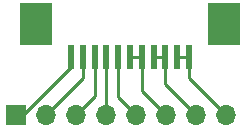
<source format=gtl>
G04 #@! TF.GenerationSoftware,KiCad,Pcbnew,(5.0.2)-1*
G04 #@! TF.CreationDate,2019-03-19T11:40:13-04:00*
G04 #@! TF.ProjectId,MotorBreakout,4d6f746f-7242-4726-9561-6b6f75742e6b,rev?*
G04 #@! TF.SameCoordinates,Original*
G04 #@! TF.FileFunction,Copper,L1,Top*
G04 #@! TF.FilePolarity,Positive*
%FSLAX46Y46*%
G04 Gerber Fmt 4.6, Leading zero omitted, Abs format (unit mm)*
G04 Created by KiCad (PCBNEW (5.0.2)-1) date 2019-03-19 11:40:13 AM*
%MOMM*%
%LPD*%
G01*
G04 APERTURE LIST*
G04 #@! TA.AperFunction,SMDPad,CuDef*
%ADD10R,0.610000X2.000000*%
G04 #@! TD*
G04 #@! TA.AperFunction,SMDPad,CuDef*
%ADD11R,2.680000X3.600000*%
G04 #@! TD*
G04 #@! TA.AperFunction,ComponentPad*
%ADD12R,1.700000X1.700000*%
G04 #@! TD*
G04 #@! TA.AperFunction,ComponentPad*
%ADD13O,1.700000X1.700000*%
G04 #@! TD*
G04 #@! TA.AperFunction,Conductor*
%ADD14C,0.250000*%
G04 #@! TD*
G04 APERTURE END LIST*
D10*
G04 #@! TO.P,J2,1*
G04 #@! TO.N,Net-(J1-Pad8)*
X136576563Y-81471781D03*
G04 #@! TO.P,J2,2*
X135576563Y-81471781D03*
G04 #@! TO.P,J2,3*
G04 #@! TO.N,Net-(J1-Pad7)*
X134576563Y-81471781D03*
G04 #@! TO.P,J2,4*
X133576563Y-81471781D03*
G04 #@! TO.P,J2,5*
G04 #@! TO.N,Net-(J1-Pad6)*
X132576563Y-81471781D03*
G04 #@! TO.P,J2,6*
X131576563Y-81471781D03*
G04 #@! TO.P,J2,7*
G04 #@! TO.N,Net-(J1-Pad5)*
X130576563Y-81471781D03*
G04 #@! TO.P,J2,8*
G04 #@! TO.N,Net-(J1-Pad4)*
X129576563Y-81471781D03*
G04 #@! TO.P,J2,9*
G04 #@! TO.N,Net-(J1-Pad3)*
X128576563Y-81471781D03*
G04 #@! TO.P,J2,10*
G04 #@! TO.N,Net-(J1-Pad2)*
X127576563Y-81471781D03*
G04 #@! TO.P,J2,11*
G04 #@! TO.N,Net-(J1-Pad1)*
X126576563Y-81471781D03*
D11*
G04 #@! TO.P,J2,*
G04 #@! TO.N,*
X139566563Y-78671781D03*
X123586563Y-78671781D03*
G04 #@! TD*
D12*
G04 #@! TO.P,J1,1*
G04 #@! TO.N,Net-(J1-Pad1)*
X121920000Y-86360000D03*
D13*
G04 #@! TO.P,J1,2*
G04 #@! TO.N,Net-(J1-Pad2)*
X124460000Y-86360000D03*
G04 #@! TO.P,J1,3*
G04 #@! TO.N,Net-(J1-Pad3)*
X127000000Y-86360000D03*
G04 #@! TO.P,J1,4*
G04 #@! TO.N,Net-(J1-Pad4)*
X129540000Y-86360000D03*
G04 #@! TO.P,J1,5*
G04 #@! TO.N,Net-(J1-Pad5)*
X132080000Y-86360000D03*
G04 #@! TO.P,J1,6*
G04 #@! TO.N,Net-(J1-Pad6)*
X134620000Y-86360000D03*
G04 #@! TO.P,J1,7*
G04 #@! TO.N,Net-(J1-Pad7)*
X137160000Y-86360000D03*
G04 #@! TO.P,J1,8*
G04 #@! TO.N,Net-(J1-Pad8)*
X139700000Y-86360000D03*
G04 #@! TD*
D14*
G04 #@! TO.N,Net-(J1-Pad1)*
X126576563Y-82338437D02*
X126576563Y-81471781D01*
X121920000Y-86360000D02*
X122555000Y-86360000D01*
X122555000Y-86360000D02*
X126576563Y-82338437D01*
G04 #@! TO.N,Net-(J1-Pad2)*
X127576563Y-83243437D02*
X127576563Y-81471781D01*
X124460000Y-86360000D02*
X127576563Y-83243437D01*
G04 #@! TO.N,Net-(J1-Pad3)*
X128576563Y-84783437D02*
X128576563Y-81471781D01*
X127000000Y-86360000D02*
X128576563Y-84783437D01*
G04 #@! TO.N,Net-(J1-Pad4)*
X129540000Y-81508344D02*
X129576563Y-81471781D01*
X129540000Y-86360000D02*
X129540000Y-81508344D01*
G04 #@! TO.N,Net-(J1-Pad5)*
X130576563Y-82721781D02*
X130576563Y-81471781D01*
X132080000Y-86360000D02*
X130576563Y-84856563D01*
X130576563Y-84856563D02*
X130576563Y-82721781D01*
G04 #@! TO.N,Net-(J1-Pad6)*
X132576563Y-81471781D02*
X131576563Y-81471781D01*
X132576563Y-82721781D02*
X132576563Y-81471781D01*
X134620000Y-86360000D02*
X132576563Y-84316563D01*
X132576563Y-84316563D02*
X132576563Y-82721781D01*
G04 #@! TO.N,Net-(J1-Pad7)*
X134576563Y-83776563D02*
X134576563Y-81471781D01*
X137160000Y-86360000D02*
X134576563Y-83776563D01*
X134576563Y-81471781D02*
X133576563Y-81471781D01*
G04 #@! TO.N,Net-(J1-Pad8)*
X136576563Y-81471781D02*
X135576563Y-81471781D01*
X136576563Y-83236563D02*
X136576563Y-81471781D01*
X139700000Y-86360000D02*
X136576563Y-83236563D01*
G04 #@! TD*
M02*

</source>
